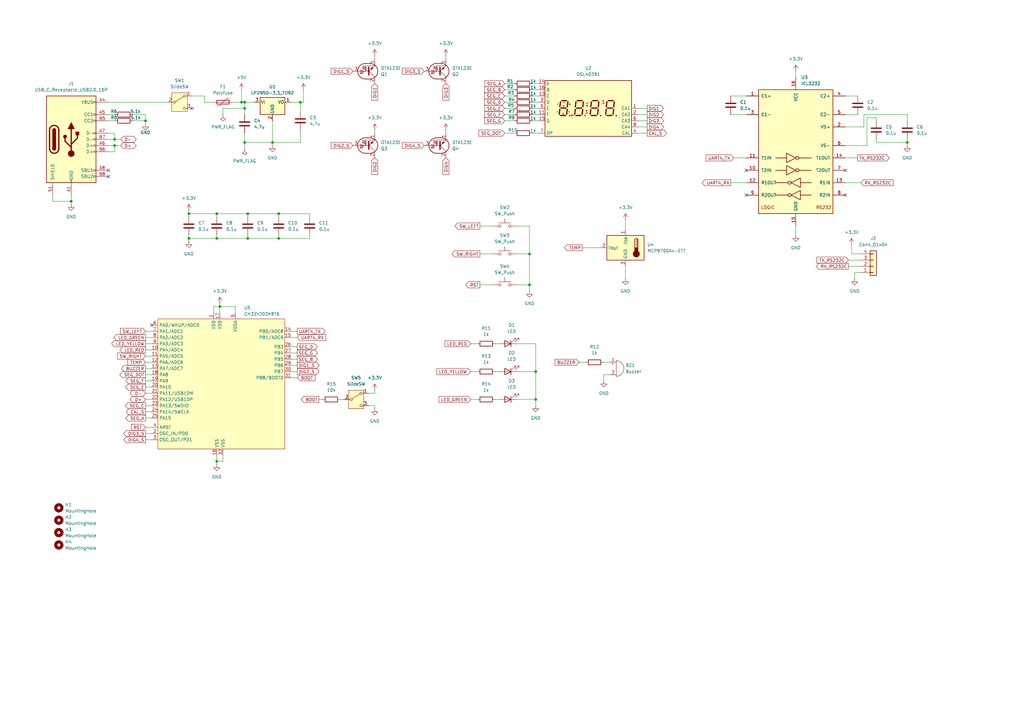
<source format=kicad_sch>
(kicad_sch (version 20250114) (generator "eeschema") (generator_version "9.0")
  (paper "A3")
  (title_block (title "CITERA_Programming_KIT") (date "2025-11-24") (rev "1.0.5") (company "©2025 CITERA"))
  (lib_symbols
    (symbol "CH32V:CH32V203K8T6"
      (property "Reference" "U" (at -16.51 29.21 0))
      (property "Value" "CH32V203K8T6" (at -15.24 26.67 0))
      (symbol "CH32V203K8T6_1_1"
        (pin bidirectional line (at -27.94 22.86 0) (length 2.54) (name "PA0/WKUP/ADC0") (number "6"))
        (pin bidirectional line (at -27.94 20.32 0) (length 2.54) (name "PA1/ADC1") (number "7"))
        (pin bidirectional line (at -27.94 17.78 0) (length 2.54) (name "PA2/ADC2") (number "8"))
        (pin bidirectional line (at -27.94 15.24 0) (length 2.54) (name "PA3/ADC3") (number "9"))
        (pin bidirectional line (at -27.94 12.7 0) (length 2.54) (name "PA4/ADC4") (number "10"))
        (pin bidirectional line (at -27.94 10.16 0) (length 2.54) (name "PA5/ADC5") (number "11"))
        (pin bidirectional line (at -27.94 7.62 0) (length 2.54) (name "PA6/ADC6") (number "12"))
        (pin bidirectional line (at -27.94 5.08 0) (length 2.54) (name "PA7/ADC7") (number "13"))
        (pin bidirectional line (at -27.94 2.54 0) (length 2.54) (name "PA8") (number "18"))
        (pin bidirectional line (at -27.94 0 0) (length 2.54) (name "PA9") (number "19"))
        (pin bidirectional line (at -27.94 -2.54 0) (length 2.54) (name "PA10") (number "20"))
        (pin bidirectional line (at -27.94 -5.08 0) (length 2.54) (name "PA11/USB1DM") (number "21"))
        (pin bidirectional line (at -27.94 -7.62 0) (length 2.54) (name "PA12/USB1DP") (number "22"))
        (pin bidirectional line (at -27.94 -10.16 0) (length 2.54) (name "PA13/SWDIO") (number "23"))
        (pin bidirectional line (at -27.94 -12.7 0) (length 2.54) (name "PA14/SWCLK") (number "24"))
        (pin bidirectional line (at -27.94 -15.24 0) (length 2.54) (name "PA15") (number "25"))
        (pin bidirectional line (at -27.94 -19.05 0) (length 2.54) (name "NRST") (number "4"))
        (pin bidirectional line (at -27.94 -21.59 0) (length 2.54) (name "OSC_IN/PD0") (number "2"))
        (pin bidirectional line (at -27.94 -24.13 0) (length 2.54) (name "OSC_OUT/PD1") (number "3"))
        (pin power_in line (at -2.54 27.94 270) (length 2.54) (name "VDD") (number "1"))
        (pin power_in line (at -1.27 -30.48 90) (length 2.54) (name "VSS") (number "16"))
        (pin power_in line (at 0 27.94 270) (length 2.54) (name "VDD") (number "17"))
        (pin power_in line (at 1.27 -30.48 90) (length 2.54) (name "VSS") (number "32"))
        (pin power_in line (at 6.35 27.94 270) (length 2.54) (name "VDDA") (number "5"))
        (pin bidirectional line (at 29.21 20.32 180) (length 2.54) (name "PB0/ADC8") (number "14"))
        (pin bidirectional line (at 29.21 17.78 180) (length 2.54) (name "PB1/ADC9") (number "15"))
        (pin bidirectional line (at 29.21 13.97 180) (length 2.54) (name "PB3") (number "26"))
        (pin bidirectional line (at 29.21 11.43 180) (length 2.54) (name "PB4") (number "27"))
        (pin bidirectional line (at 29.21 8.89 180) (length 2.54) (name "PB5") (number "28"))
        (pin bidirectional line (at 29.21 6.35 180) (length 2.54) (name "PB6") (number "29"))
        (pin bidirectional line (at 29.21 3.81 180) (length 2.54) (name "PB7") (number "30"))
        (pin bidirectional line (at 29.21 1.27 180) (length 2.54) (name "PB8/BOOT0") (number "31"))
      )
    )
    (symbol "Connector:USB_C_Receptacle_USB2.0_16P" (pin_names (offset 1.016))
      (property "Reference" "J" (at 0 22.225 0))
      (property "Value" "USB_C_Receptacle_USB2.0_16P" (at 0 19.685 0))
      (symbol "USB_C_Receptacle_USB2.0_16P_1_1"
        (pin passive line (at -7.62 -22.86 90) (length 5.08) (name "SHIELD") (number "S1"))
        (pin passive line (at 0 -22.86 90) (length 5.08) (name "GND") (number "A1"))
        (pin passive line (at 0 -22.86 90) (length 5.08) (hide yes) (name "GND") (number "A12"))
        (pin passive line (at 0 -22.86 90) (length 5.08) (hide yes) (name "GND") (number "B1"))
        (pin passive line (at 0 -22.86 90) (length 5.08) (hide yes) (name "GND") (number "B12"))
        (pin passive line (at 15.24 15.24 180) (length 5.08) (name "VBUS") (number "A4"))
        (pin passive line (at 15.24 15.24 180) (length 5.08) (hide yes) (name "VBUS") (number "A9"))
        (pin passive line (at 15.24 15.24 180) (length 5.08) (hide yes) (name "VBUS") (number "B4"))
        (pin passive line (at 15.24 15.24 180) (length 5.08) (hide yes) (name "VBUS") (number "B9"))
        (pin bidirectional line (at 15.24 10.16 180) (length 5.08) (name "CC1") (number "A5"))
        (pin bidirectional line (at 15.24 7.62 180) (length 5.08) (name "CC2") (number "B5"))
        (pin bidirectional line (at 15.24 2.54 180) (length 5.08) (name "D-") (number "A7"))
        (pin bidirectional line (at 15.24 0 180) (length 5.08) (name "D-") (number "B7"))
        (pin bidirectional line (at 15.24 -2.54 180) (length 5.08) (name "D+") (number "A6"))
        (pin bidirectional line (at 15.24 -5.08 180) (length 5.08) (name "D+") (number "B6"))
        (pin bidirectional line (at 15.24 -12.7 180) (length 5.08) (name "SBU1") (number "A8"))
        (pin bidirectional line (at 15.24 -15.24 180) (length 5.08) (name "SBU2") (number "B8"))
      )
    )
    (symbol "Connector_Generic:Conn_01x04" (pin_names (offset 1.016) (hide yes))
      (property "Reference" "J" (at 0 5.08 0))
      (property "Value" "Conn_01x04" (at 0 -7.62 0))
      (symbol "Conn_01x04_1_1"
        (pin passive line (at -5.08 2.54 0) (length 3.81) (name "Pin_1") (number "1"))
        (pin passive line (at -5.08 0 0) (length 3.81) (name "Pin_2") (number "2"))
        (pin passive line (at -5.08 -2.54 0) (length 3.81) (name "Pin_3") (number "3"))
        (pin passive line (at -5.08 -5.08 0) (length 3.81) (name "Pin_4") (number "4"))
      )
    )
    (symbol "Device:Buzzer" (pin_names (offset 0.0254) (hide yes))
      (property "Reference" "BZ" (at 3.81 1.27 0))
      (property "Value" "Buzzer" (at 3.81 -1.27 0))
      (symbol "Buzzer_1_1"
        (pin passive line (at -2.54 2.54 0) (length 2.54) (name "+") (number "1"))
        (pin passive line (at -2.54 -2.54 0) (length 2.54) (name "-") (number "2"))
      )
    )
    (symbol "Device:C" (pin_numbers (hide yes)) (pin_names (offset 0.254))
      (property "Reference" "C" (at 0.635 2.54 0))
      (property "Value" "C" (at 0.635 -2.54 0))
      (symbol "C_1_1"
        (pin passive line (at 0 3.81 270) (length 2.794) (name "~") (number "1"))
        (pin passive line (at 0 -3.81 90) (length 2.794) (name "~") (number "2"))
      )
    )
    (symbol "Device:LED" (pin_numbers (hide yes)) (pin_names (offset 1.016) (hide yes))
      (property "Reference" "D" (at 0 2.54 0))
      (property "Value" "LED" (at 0 -2.54 0))
      (symbol "LED_1_1"
        (pin passive line (at -3.81 0 0) (length 2.54) (name "K") (number "1"))
        (pin passive line (at 3.81 0 180) (length 2.54) (name "A") (number "2"))
      )
    )
    (symbol "Device:Polyfuse" (pin_numbers (hide yes)) (pin_names (offset 0))
      (property "Reference" "F" (at -2.54 0 90))
      (property "Value" "Polyfuse" (at 2.54 0 90))
      (symbol "Polyfuse_1_1"
        (pin passive line (at 0 3.81 270) (length 1.27) (name "~") (number "1"))
        (pin passive line (at 0 -3.81 90) (length 1.27) (name "~") (number "2"))
      )
    )
    (symbol "Device:R" (pin_numbers (hide yes)) (pin_names (offset 0))
      (property "Reference" "R" (at 2.032 0 90))
      (property "Value" "R" (at 0 0 90))
      (symbol "R_1_1"
        (pin passive line (at 0 3.81 270) (length 1.27) (name "~") (number "1"))
        (pin passive line (at 0 -3.81 90) (length 1.27) (name "~") (number "2"))
      )
    )
    (symbol "Interface_UART:ICL3232" (pin_names (offset 1.016))
      (property "Reference" "U" (at -2.54 28.575 0))
      (property "Value" "ICL3232" (at -2.54 26.67 0))
      (symbol "ICL3232_0_0"
        (text "LOGIC" (at -11.43 -22.86 0) (effects (font (size 1.27 1.27))))
        (text "RS232" (at 11.43 -22.86 0) (effects (font (size 1.27 1.27))))
      )
      (symbol "ICL3232_1_1"
        (pin passive line (at -20.32 22.86 0) (length 5.08) (name "C1+") (number "1"))
        (pin passive line (at -20.32 15.24 0) (length 5.08) (name "C1-") (number "3"))
        (pin input line (at -20.32 -2.54 0) (length 5.08) (name "T1IN") (number "11"))
        (pin input line (at -20.32 -7.62 0) (length 5.08) (name "T2IN") (number "10"))
        (pin output line (at -20.32 -12.7 0) (length 5.08) (name "R1OUT") (number "12"))
        (pin output line (at -20.32 -17.78 0) (length 5.08) (name "R2OUT") (number "9"))
        (pin power_in line (at 0 30.48 270) (length 5.08) (name "VCC") (number "16"))
        (pin power_in line (at 0 -30.48 90) (length 5.08) (name "GND") (number "15"))
        (pin passive line (at 20.32 22.86 180) (length 5.08) (name "C2+") (number "4"))
        (pin passive line (at 20.32 15.24 180) (length 5.08) (name "C2-") (number "5"))
        (pin power_out line (at 20.32 10.16 180) (length 5.08) (name "VS+") (number "2"))
        (pin power_out line (at 20.32 2.54 180) (length 5.08) (name "VS-") (number "6"))
        (pin output line (at 20.32 -2.54 180) (length 5.08) (name "T1OUT") (number "14"))
        (pin output line (at 20.32 -7.62 180) (length 5.08) (name "T2OUT") (number "7"))
        (pin input line (at 20.32 -12.7 180) (length 5.08) (name "R1IN") (number "13"))
        (pin input line (at 20.32 -17.78 180) (length 5.08) (name "R2IN") (number "8"))
      )
    )
    (symbol "Mechanical:MountingHole" (pin_names (offset 1.016)) (in_bom no)
      (property "Reference" "H" (at 0 5.08 0))
      (property "Value" "MountingHole" (at 0 3.175 0))
    )
    (symbol "Regulator_Linear:LP2950-3.3_TO92" (pin_names (offset 0.254))
      (property "Reference" "U" (at -3.81 3.175 0))
      (property "Value" "LP2950-3.3_TO92" (at 0 3.175 0))
      (symbol "LP2950-3.3_TO92_1_1"
        (pin power_in line (at -7.62 0 0) (length 2.54) (name "VI") (number "3"))
        (pin power_in line (at 0 -7.62 90) (length 2.54) (name "GND") (number "2"))
        (pin power_out line (at 7.62 0 180) (length 2.54) (name "VO") (number "1"))
      )
    )
    (symbol "Sensor_Temperature:MCP9700Ax-ETT"
      (property "Reference" "U" (at -6.35 6.35 0))
      (property "Value" "MCP9700Ax-ETT" (at 1.27 6.35 0))
      (symbol "MCP9700Ax-ETT_1_1"
        (pin power_in line (at 0 7.62 270) (length 2.54) (name "V_{DD}") (number "1"))
        (pin power_in line (at 0 -7.62 90) (length 2.54) (name "GND") (number "3"))
        (pin output line (at 10.16 0 180) (length 2.54) (name "V_{OUT}") (number "2"))
      )
    )
    (symbol "Switch:SW_Push" (pin_numbers (hide yes)) (pin_names (offset 1.016) (hide yes))
      (property "Reference" "SW" (at 1.27 2.54 0))
      (property "Value" "SW_Push" (at 0 -1.524 0))
      (symbol "SW_Push_0_1"
        (pin passive line (at -5.08 0 0) (length 2.54) (name "1") (number "1"))
        (pin passive line (at 5.08 0 180) (length 2.54) (name "2") (number "2"))
      )
    )
    (symbol "Switch:SW_SPDT" (pin_names (offset 0) (hide yes))
      (property "Reference" "SW" (at 0 5.08 0))
      (property "Value" "SW_SPDT" (at 0 -5.08 0))
      (symbol "SW_SPDT_1_1"
        (pin passive line (at -5.08 0 0) (length 2.54) (name "B") (number "2"))
        (pin passive line (at 5.08 2.54 180) (length 2.54) (name "A") (number "1"))
        (pin passive line (at 5.08 -2.54 180) (length 2.54) (name "C") (number "3"))
      )
    )
    (symbol "power:+3.3V" (power) (pin_numbers (hide yes)) (pin_names (offset 0) (hide yes))
      (property "Value" "+3.3V" (at 0 3.556 0))
      (symbol "+3.3V_1_1"
        (pin power_in line (at 0 0 90) (length 0) (name "~") (number "1"))
      )
    )
    (symbol "power:+5V" (power) (pin_numbers (hide yes)) (pin_names (offset 0) (hide yes))
      (property "Value" "+5V" (at 0 3.556 0))
      (symbol "+5V_1_1"
        (pin power_in line (at 0 0 90) (length 0) (name "~") (number "1"))
      )
    )
    (symbol "power:GND" (power) (pin_numbers (hide yes)) (pin_names (offset 0) (hide yes))
      (property "Value" "GND" (at 0 -3.81 0))
      (symbol "GND_1_1"
        (pin power_in line (at 0 0 270) (length 0) (name "~") (number "1"))
      )
    )
    (symbol "power:PWR_FLAG" (power) (pin_numbers (hide yes)) (pin_names (offset 0) (hide yes))
      (property "Value" "PWR_FLAG" (at 0 3.81 0))
      (symbol "PWR_FLAG_0_0"
        (pin power_out line (at 0 0 90) (length 0) (name "~") (number "1"))
      )
    )
    (symbol "watashi:DTA123E_Unisonic_TO92" (pin_names (offset 0) (hide yes))
      (property "Reference" "Q" (at 5.08 1.905 0))
      (property "Value" "DTA123E_Unisonic_TO92" (at 5.08 -0.254 0))
      (symbol "DTA123E_Unisonic_TO92_0_0"
        (text "2k2" (at -2.921 0.889 0) (effects (font (size 0.508 0.508))))
        (text "2k2" (at -2.159 -1.524 900) (effects (font (size 0.508 0.508))))
      )
      (symbol "DTA123E_Unisonic_TO92_1_1"
        (pin input line (at -6.35 0 0) (length 2.54) (name "B") (number "3"))
        (pin passive line (at 2.54 5.08 270) (length 2.54) (name "C") (number "2"))
        (pin passive line (at 2.54 -5.08 90) (length 2.54) (name "E") (number "1"))
      )
    )
    (symbol "watashi:OSL40391"
      (property "Reference" "U" (at -17.78 12.7 0))
      (property "Value" "OSL40391" (at 17.78 12.7 0))
      (symbol "OSL40391_1_0"
        (text "E" (at -12.7 -1.397 0) (effects (font (size 0.508 0.508))))
        (text "F" (at -12.446 1.651 0) (effects (font (size 0.508 0.508))))
        (text "D" (at -10.414 -2.159 0) (effects (font (size 0.508 0.508))))
        (text "G" (at -10.16 0.889 0) (effects (font (size 0.508 0.508))))
        (text "A" (at -9.906 2.413 0) (effects (font (size 0.508 0.508))))
        (text "C" (at -7.874 -1.397 0) (effects (font (size 0.508 0.508))))
        (text "B" (at -7.62 1.651 0) (effects (font (size 0.508 0.508))))
        (text "DP" (at -6.604 -2.921 0) (effects (font (size 0.508 0.508))))
        (text "L2" (at -0.762 -1.905 0) (effects (font (size 0.508 0.508))))
        (text "L1" (at -0.508 2.159 0) (effects (font (size 0.508 0.508))))
        (text "L3" (at 6.096 2.159 0) (effects (font (size 0.508 0.508))))
      )
      (symbol "OSL40391_1_1"
        (pin input line (at -20.32 10.16 0) (length 2.54) (name "A") (number "14"))
        (pin input line (at -20.32 7.62 0) (length 2.54) (name "B") (number "16"))
        (pin input line (at -20.32 5.08 0) (length 2.54) (name "C") (number "13"))
        (pin input line (at -20.32 2.54 0) (length 2.54) (name "D") (number "3"))
        (pin input line (at -20.32 0 0) (length 2.54) (name "E") (number "5"))
        (pin input line (at -20.32 -2.54 0) (length 2.54) (name "F") (number "11"))
        (pin input line (at -20.32 -5.08 0) (length 2.54) (name "G") (number "15"))
        (pin input line (at -20.32 -10.16 0) (length 2.54) (name "DP") (number "7"))
        (pin no_connect line (at 17.78 7.62 180) (length 2.54) (hide yes) (name "NC") (number "12"))
        (pin no_connect line (at 17.78 5.08 180) (length 2.54) (hide yes) (name "NC") (number "10"))
        (pin no_connect line (at 17.78 2.54 180) (length 2.54) (hide yes) (name "NC") (number "9"))
        (pin input line (at 20.32 0 180) (length 2.54) (name "CA1") (number "1"))
        (pin input line (at 20.32 -2.54 180) (length 2.54) (name "CA2") (number "2"))
        (pin input line (at 20.32 -5.08 180) (length 2.54) (name "CA3") (number "6"))
        (pin input line (at 20.32 -7.62 180) (length 2.54) (name "CA4") (number "8"))
        (pin input line (at 20.32 -10.16 180) (length 2.54) (name "CAL") (number "4"))
      )
    )
  )
  (junction (at 217.17 116.84))
  (junction (at 219.71 152.4))
  (junction (at 77.47 97.79))
  (junction (at 114.3 97.79))
  (junction (at 100.33 44.45))
  (junction (at 100.33 58.42))
  (junction (at 29.21 82.55))
  (junction (at 59.69 49.53))
  (junction (at 123.19 41.91))
  (junction (at 101.6 87.63))
  (junction (at 88.9 97.79))
  (junction (at 77.47 87.63))
  (junction (at 88.9 87.63))
  (junction (at 99.06 41.91))
  (junction (at 90.17 125.73))
  (junction (at 101.6 97.79))
  (junction (at 88.9 189.23))
  (junction (at 46.99 57.15))
  (junction (at 114.3 87.63))
  (junction (at 217.17 104.14))
  (junction (at 219.71 163.83))
  (junction (at 100.33 41.91))
  (junction (at 111.76 58.42))
  (junction (at 46.99 59.69))
  (junction (at 372.11 58.42))
  (no_connect (at 62.23 133.35))
  (no_connect (at 306.07 80.01))
  (no_connect (at 346.71 80.01))
  (no_connect (at 78.74 44.45))
  (no_connect (at 346.71 69.85))
  (no_connect (at 44.45 72.39))
  (no_connect (at 306.07 69.85))
  (no_connect (at 44.45 69.85))
  (wire (pts (xy 114.3 97.79) (xy 127 97.79)))
  (wire (pts (xy 351.79 64.77) (xy 346.71 64.77)))
  (wire (pts (xy 354.33 52.07) (xy 354.33 46.99)))
  (wire (pts (xy 153.67 160.02) (xy 153.67 161.29)))
  (wire (pts (xy 88.9 87.63) (xy 77.47 87.63)))
  (wire (pts (xy 218.44 34.29) (xy 220.98 34.29)))
  (wire (pts (xy 90.17 124.46) (xy 90.17 125.73)))
  (wire (pts (xy 59.69 138.43) (xy 62.23 138.43)))
  (wire (pts (xy 59.69 153.67) (xy 62.23 153.67)))
  (wire (pts (xy 130.81 163.83) (xy 132.08 163.83)))
  (wire (pts (xy 121.92 135.89) (xy 119.38 135.89)))
  (wire (pts (xy 21.59 82.55) (xy 21.59 80.01)))
  (wire (pts (xy 88.9 189.23) (xy 91.44 189.23)))
  (wire (pts (xy 101.6 97.79) (xy 88.9 97.79)))
  (wire (pts (xy 300.99 64.77) (xy 306.07 64.77)))
  (wire (pts (xy 218.44 36.83) (xy 220.98 36.83)))
  (wire (pts (xy 90.17 125.73) (xy 96.52 125.73)))
  (wire (pts (xy 59.69 175.26) (xy 62.23 175.26)))
  (wire (pts (xy 91.44 46.99) (xy 91.44 44.45)))
  (wire (pts (xy 59.69 168.91) (xy 62.23 168.91)))
  (wire (pts (xy 372.11 57.15) (xy 372.11 58.42)))
  (wire (pts (xy 91.44 44.45) (xy 100.33 44.45)))
  (wire (pts (xy 87.63 125.73) (xy 90.17 125.73)))
  (wire (pts (xy 265.43 54.61) (xy 261.62 54.61)))
  (wire (pts (xy 355.6 48.26) (xy 359.41 48.26)))
  (wire (pts (xy 219.71 152.4) (xy 219.71 163.83)))
  (wire (pts (xy 218.44 46.99) (xy 220.98 46.99)))
  (wire (pts (xy 88.9 189.23) (xy 88.9 190.5)))
  (wire (pts (xy 212.09 152.4) (xy 219.71 152.4)))
  (wire (pts (xy 59.69 49.53) (xy 59.69 50.8)))
  (wire (pts (xy 59.69 135.89) (xy 62.23 135.89)))
  (wire (pts (xy 77.47 97.79) (xy 77.47 99.06)))
  (wire (pts (xy 219.71 152.4) (xy 219.71 140.97)))
  (wire (pts (xy 87.63 128.27) (xy 87.63 125.73)))
  (wire (pts (xy 59.69 158.75) (xy 62.23 158.75)))
  (wire (pts (xy 359.41 58.42) (xy 359.41 57.15)))
  (wire (pts (xy 101.6 97.79) (xy 114.3 97.79)))
  (wire (pts (xy 88.9 97.79) (xy 77.47 97.79)))
  (wire (pts (xy 100.33 58.42) (xy 100.33 54.61)))
  (wire (pts (xy 151.13 161.29) (xy 153.67 161.29)))
  (wire (pts (xy 151.13 166.37) (xy 153.67 166.37)))
  (wire (pts (xy 127 87.63) (xy 127 88.9)))
  (wire (pts (xy 77.47 96.52) (xy 77.47 97.79)))
  (wire (pts (xy 372.11 58.42) (xy 359.41 58.42)))
  (wire (pts (xy 218.44 41.91) (xy 220.98 41.91)))
  (wire (pts (xy 299.72 74.93) (xy 306.07 74.93)))
  (wire (pts (xy 207.01 54.61) (xy 210.82 54.61)))
  (wire (pts (xy 44.45 62.23) (xy 46.99 62.23)))
  (wire (pts (xy 218.44 39.37) (xy 220.98 39.37)))
  (wire (pts (xy 121.92 152.4) (xy 119.38 152.4)))
  (wire (pts (xy 100.33 41.91) (xy 100.33 44.45)))
  (wire (pts (xy 59.69 46.99) (xy 59.69 49.53)))
  (wire (pts (xy 77.47 87.63) (xy 77.47 88.9)))
  (wire (pts (xy 88.9 88.9) (xy 88.9 87.63)))
  (wire (pts (xy 217.17 92.71) (xy 217.17 104.14)))
  (wire (pts (xy 59.69 166.37) (xy 62.23 166.37)))
  (wire (pts (xy 355.6 48.26) (xy 355.6 59.69)))
  (wire (pts (xy 121.92 142.24) (xy 119.38 142.24)))
  (wire (pts (xy 54.61 49.53) (xy 59.69 49.53)))
  (wire (pts (xy 59.69 156.21) (xy 62.23 156.21)))
  (wire (pts (xy 212.09 116.84) (xy 217.17 116.84)))
  (wire (pts (xy 90.17 125.73) (xy 90.17 128.27)))
  (wire (pts (xy 346.71 46.99) (xy 351.79 46.99)))
  (wire (pts (xy 59.69 163.83) (xy 62.23 163.83)))
  (wire (pts (xy 29.21 82.55) (xy 21.59 82.55)))
  (wire (pts (xy 359.41 49.53) (xy 359.41 48.26)))
  (wire (pts (xy 326.39 29.21) (xy 326.39 31.75)))
  (wire (pts (xy 121.92 154.94) (xy 119.38 154.94)))
  (wire (pts (xy 353.06 111.76) (xy 350.52 111.76)))
  (wire (pts (xy 44.45 41.91) (xy 68.58 41.91)))
  (wire (pts (xy 299.72 46.99) (xy 306.07 46.99)))
  (wire (pts (xy 46.99 57.15) (xy 44.45 57.15)))
  (wire (pts (xy 237.49 148.59) (xy 240.03 148.59)))
  (wire (pts (xy 265.43 44.45) (xy 261.62 44.45)))
  (wire (pts (xy 83.82 41.91) (xy 87.63 41.91)))
  (wire (pts (xy 212.09 92.71) (xy 217.17 92.71)))
  (wire (pts (xy 247.65 153.67) (xy 247.65 156.21)))
  (wire (pts (xy 207.01 44.45) (xy 210.82 44.45)))
  (wire (pts (xy 193.04 140.97) (xy 195.58 140.97)))
  (wire (pts (xy 111.76 49.53) (xy 111.76 58.42)))
  (wire (pts (xy 203.2 163.83) (xy 204.47 163.83)))
  (wire (pts (xy 256.54 90.17) (xy 256.54 93.98)))
  (wire (pts (xy 182.88 22.86) (xy 182.88 24.13)))
  (wire (pts (xy 218.44 44.45) (xy 220.98 44.45)))
  (wire (pts (xy 212.09 140.97) (xy 219.71 140.97)))
  (wire (pts (xy 99.06 36.83) (xy 99.06 41.91)))
  (wire (pts (xy 77.47 86.36) (xy 77.47 87.63)))
  (wire (pts (xy 29.21 80.01) (xy 29.21 82.55)))
  (wire (pts (xy 139.7 163.83) (xy 140.97 163.83)))
  (wire (pts (xy 88.9 186.69) (xy 88.9 189.23)))
  (wire (pts (xy 44.45 54.61) (xy 46.99 54.61)))
  (wire (pts (xy 78.74 39.37) (xy 83.82 39.37)))
  (wire (pts (xy 124.46 41.91) (xy 124.46 36.83)))
  (wire (pts (xy 114.3 97.79) (xy 114.3 96.52)))
  (wire (pts (xy 96.52 125.73) (xy 96.52 128.27)))
  (wire (pts (xy 88.9 87.63) (xy 101.6 87.63)))
  (wire (pts (xy 346.71 52.07) (xy 354.33 52.07)))
  (wire (pts (xy 326.39 96.52) (xy 326.39 92.71)))
  (wire (pts (xy 123.19 58.42) (xy 123.19 53.34)))
  (wire (pts (xy 207.01 49.53) (xy 210.82 49.53)))
  (wire (pts (xy 100.33 41.91) (xy 104.14 41.91)))
  (wire (pts (xy 203.2 152.4) (xy 204.47 152.4)))
  (wire (pts (xy 44.45 59.69) (xy 46.99 59.69)))
  (wire (pts (xy 196.85 92.71) (xy 201.93 92.71)))
  (wire (pts (xy 46.99 46.99) (xy 44.45 46.99)))
  (wire (pts (xy 372.11 58.42) (xy 372.11 59.69)))
  (wire (pts (xy 100.33 58.42) (xy 100.33 60.96)))
  (wire (pts (xy 101.6 87.63) (xy 101.6 88.9)))
  (wire (pts (xy 121.92 147.32) (xy 119.38 147.32)))
  (wire (pts (xy 59.69 140.97) (xy 62.23 140.97)))
  (wire (pts (xy 114.3 87.63) (xy 114.3 88.9)))
  (wire (pts (xy 46.99 57.15) (xy 49.53 57.15)))
  (wire (pts (xy 346.71 74.93) (xy 353.06 74.93)))
  (wire (pts (xy 182.88 53.34) (xy 182.88 54.61)))
  (wire (pts (xy 219.71 163.83) (xy 219.71 166.37)))
  (wire (pts (xy 29.21 82.55) (xy 29.21 83.82)))
  (wire (pts (xy 123.19 41.91) (xy 124.46 41.91)))
  (wire (pts (xy 153.67 166.37) (xy 153.67 167.64)))
  (wire (pts (xy 218.44 49.53) (xy 220.98 49.53)))
  (wire (pts (xy 265.43 49.53) (xy 261.62 49.53)))
  (wire (pts (xy 46.99 54.61) (xy 46.99 57.15)))
  (wire (pts (xy 250.19 153.67) (xy 247.65 153.67)))
  (wire (pts (xy 207.01 46.99) (xy 210.82 46.99)))
  (wire (pts (xy 101.6 87.63) (xy 114.3 87.63)))
  (wire (pts (xy 111.76 58.42) (xy 100.33 58.42)))
  (wire (pts (xy 54.61 46.99) (xy 59.69 46.99)))
  (wire (pts (xy 193.04 152.4) (xy 195.58 152.4)))
  (wire (pts (xy 355.6 59.69) (xy 346.71 59.69)))
  (wire (pts (xy 99.06 41.91) (xy 100.33 41.91)))
  (wire (pts (xy 256.54 109.22) (xy 256.54 114.3)))
  (wire (pts (xy 246.38 101.6) (xy 238.76 101.6)))
  (wire (pts (xy 59.69 180.34) (xy 62.23 180.34)))
  (wire (pts (xy 212.09 104.14) (xy 217.17 104.14)))
  (wire (pts (xy 121.92 138.43) (xy 119.38 138.43)))
  (wire (pts (xy 196.85 104.14) (xy 201.93 104.14)))
  (wire (pts (xy 46.99 59.69) (xy 49.53 59.69)))
  (wire (pts (xy 212.09 163.83) (xy 219.71 163.83)))
  (wire (pts (xy 100.33 44.45) (xy 100.33 46.99)))
  (wire (pts (xy 207.01 41.91) (xy 210.82 41.91)))
  (wire (pts (xy 59.69 148.59) (xy 62.23 148.59)))
  (wire (pts (xy 299.72 39.37) (xy 306.07 39.37)))
  (wire (pts (xy 354.33 46.99) (xy 372.11 46.99)))
  (wire (pts (xy 111.76 58.42) (xy 123.19 58.42)))
  (wire (pts (xy 153.67 22.86) (xy 153.67 24.13)))
  (wire (pts (xy 121.92 144.78) (xy 119.38 144.78)))
  (wire (pts (xy 83.82 39.37) (xy 83.82 41.91)))
  (wire (pts (xy 127 97.79) (xy 127 96.52)))
  (wire (pts (xy 59.69 146.05) (xy 62.23 146.05)))
  (wire (pts (xy 196.85 116.84) (xy 201.93 116.84)))
  (wire (pts (xy 347.98 109.22) (xy 353.06 109.22)))
  (wire (pts (xy 207.01 36.83) (xy 210.82 36.83)))
  (wire (pts (xy 121.92 149.86) (xy 119.38 149.86)))
  (wire (pts (xy 218.44 54.61) (xy 220.98 54.61)))
  (wire (pts (xy 111.76 59.69) (xy 111.76 58.42)))
  (wire (pts (xy 123.19 41.91) (xy 123.19 45.72)))
  (wire (pts (xy 203.2 140.97) (xy 204.47 140.97)))
  (wire (pts (xy 59.69 171.45) (xy 62.23 171.45)))
  (wire (pts (xy 46.99 59.69) (xy 46.99 62.23)))
  (wire (pts (xy 349.25 104.14) (xy 353.06 104.14)))
  (wire (pts (xy 265.43 52.07) (xy 261.62 52.07)))
  (wire (pts (xy 372.11 46.99) (xy 372.11 49.53)))
  (wire (pts (xy 247.65 148.59) (xy 250.19 148.59)))
  (wire (pts (xy 59.69 143.51) (xy 62.23 143.51)))
  (wire (pts (xy 114.3 87.63) (xy 127 87.63)))
  (wire (pts (xy 193.04 163.83) (xy 195.58 163.83)))
  (wire (pts (xy 349.25 100.33) (xy 349.25 104.14)))
  (wire (pts (xy 207.01 39.37) (xy 210.82 39.37)))
  (wire (pts (xy 265.43 46.99) (xy 261.62 46.99)))
  (wire (pts (xy 207.01 34.29) (xy 210.82 34.29)))
  (wire (pts (xy 153.67 53.34) (xy 153.67 54.61)))
  (wire (pts (xy 101.6 96.52) (xy 101.6 97.79)))
  (wire (pts (xy 217.17 104.14) (xy 217.17 116.84)))
  (wire (pts (xy 119.38 41.91) (xy 123.19 41.91)))
  (wire (pts (xy 91.44 189.23) (xy 91.44 186.69)))
  (wire (pts (xy 217.17 116.84) (xy 217.17 119.38)))
  (wire (pts (xy 347.98 106.68) (xy 353.06 106.68)))
  (wire (pts (xy 350.52 111.76) (xy 350.52 114.3)))
  (wire (pts (xy 88.9 96.52) (xy 88.9 97.79)))
  (wire (pts (xy 95.25 41.91) (xy 99.06 41.91)))
  (wire (pts (xy 346.71 39.37) (xy 351.79 39.37)))
  (wire (pts (xy 46.99 49.53) (xy 44.45 49.53)))
  (wire (pts (xy 59.69 151.13) (xy 62.23 151.13)))
  (wire (pts (xy 59.69 161.29) (xy 62.23 161.29)))
  (wire (pts (xy 59.69 177.8) (xy 62.23 177.8)))
  (global_label "SEG_E" (shape output) (at 59.69 158.75 180) (property "Intersheetrefs" "${INTERSHEET_REFS}" (effects (hide yes))))
  (global_label "D-" (shape bidirectional) (at 59.69 161.29 180) (property "Intersheetrefs" "${INTERSHEET_REFS}" (effects (hide yes))))
  (global_label "DIG3" (shape input) (at 182.88 34.29 270) (property "Intersheetrefs" "${INTERSHEET_REFS}" (effects (hide yes))))
  (global_label "UART4_TX" (shape output) (at 121.92 135.89 0) (property "Intersheetrefs" "${INTERSHEET_REFS}" (effects (hide yes))))
  (global_label "D+" (shape bidirectional) (at 49.53 59.69 0) (property "Intersheetrefs" "${INTERSHEET_REFS}" (effects (hide yes))))
  (global_label "DIG4" (shape output) (at 265.43 52.07 0) (property "Intersheetrefs" "${INTERSHEET_REFS}" (effects (hide yes))))
  (global_label "DIG4_S" (shape output) (at 59.69 180.34 180) (property "Intersheetrefs" "${INTERSHEET_REFS}" (effects (hide yes))))
  (global_label "SEG_D" (shape output) (at 121.92 142.24 0) (property "Intersheetrefs" "${INTERSHEET_REFS}" (effects (hide yes))))
  (global_label "SEG_C" (shape output) (at 59.69 166.37 180) (property "Intersheetrefs" "${INTERSHEET_REFS}" (effects (hide yes))))
  (global_label "SEG_G" (shape output) (at 121.92 144.78 0) (property "Intersheetrefs" "${INTERSHEET_REFS}" (effects (hide yes))))
  (global_label "DIG2" (shape input) (at 153.67 64.77 270) (property "Intersheetrefs" "${INTERSHEET_REFS}" (effects (hide yes))))
  (global_label "DIG2_S" (shape output) (at 121.92 152.4 0) (property "Intersheetrefs" "${INTERSHEET_REFS}" (effects (hide yes))))
  (global_label "DIG2_S" (shape input) (at 144.78 59.69 180) (property "Intersheetrefs" "${INTERSHEET_REFS}" (effects (hide yes))))
  (global_label "DIG1_S" (shape input) (at 144.78 29.21 180) (property "Intersheetrefs" "${INTERSHEET_REFS}" (effects (hide yes))))
  (global_label "DIG3_S" (shape input) (at 173.99 29.21 180) (property "Intersheetrefs" "${INTERSHEET_REFS}" (effects (hide yes))))
  (global_label "DIG4_S" (shape input) (at 173.99 59.69 180) (property "Intersheetrefs" "${INTERSHEET_REFS}" (effects (hide yes))))
  (global_label "CAL_S" (shape output) (at 265.43 54.61 0) (property "Intersheetrefs" "${INTERSHEET_REFS}" (effects (hide yes))))
  (global_label "TEMP" (shape output) (at 238.76 101.6 180) (property "Intersheetrefs" "${INTERSHEET_REFS}" (effects (hide yes))))
  (global_label "DIG1" (shape output) (at 265.43 44.45 0) (property "Intersheetrefs" "${INTERSHEET_REFS}" (effects (hide yes))))
  (global_label "DIG2" (shape output) (at 265.43 46.99 0) (property "Intersheetrefs" "${INTERSHEET_REFS}" (effects (hide yes))))
  (global_label "DIG3_S" (shape output) (at 59.69 177.8 180) (property "Intersheetrefs" "${INTERSHEET_REFS}" (effects (hide yes))))
  (global_label "SEG_G" (shape input) (at 207.01 49.53 180) (property "Intersheetrefs" "${INTERSHEET_REFS}" (effects (hide yes))))
  (global_label "SEG_C" (shape input) (at 207.01 39.37 180) (property "Intersheetrefs" "${INTERSHEET_REFS}" (effects (hide yes))))
  (global_label "RX_RS232C" (shape input) (at 353.06 74.93 0) (property "Intersheetrefs" "${INTERSHEET_REFS}" (effects (hide yes))))
  (global_label "SEG_D" (shape input) (at 207.01 41.91 180) (property "Intersheetrefs" "${INTERSHEET_REFS}" (effects (hide yes))))
  (global_label "SEG_B" (shape input) (at 207.01 36.83 180) (property "Intersheetrefs" "${INTERSHEET_REFS}" (effects (hide yes))))
  (global_label "DIG3" (shape output) (at 265.43 49.53 0) (property "Intersheetrefs" "${INTERSHEET_REFS}" (effects (hide yes))))
  (global_label "SEG_E" (shape input) (at 207.01 44.45 180) (property "Intersheetrefs" "${INTERSHEET_REFS}" (effects (hide yes))))
  (global_label "LED_RED" (shape input) (at 193.04 140.97 180) (property "Intersheetrefs" "${INTERSHEET_REFS}" (effects (hide yes))))
  (global_label "LED_GREEN" (shape input) (at 193.04 163.83 180) (property "Intersheetrefs" "${INTERSHEET_REFS}" (effects (hide yes))))
  (global_label "LED_YELLOW" (shape input) (at 193.04 152.4 180) (property "Intersheetrefs" "${INTERSHEET_REFS}" (effects (hide yes))))
  (global_label "SEG_DOT" (shape output) (at 59.69 153.67 180) (property "Intersheetrefs" "${INTERSHEET_REFS}" (effects (hide yes))))
  (global_label "D-" (shape bidirectional) (at 49.53 57.15 0) (property "Intersheetrefs" "${INTERSHEET_REFS}" (effects (hide yes))))
  (global_label "LED_GREEN" (shape output) (at 59.69 138.43 180) (property "Intersheetrefs" "${INTERSHEET_REFS}" (effects (hide yes))))
  (global_label "UART4_RX" (shape output) (at 299.72 74.93 180) (property "Intersheetrefs" "${INTERSHEET_REFS}" (effects (hide yes))))
  (global_label "BUZZER" (shape input) (at 237.49 148.59 180) (property "Intersheetrefs" "${INTERSHEET_REFS}" (effects (hide yes))))
  (global_label "BOOT" (shape output) (at 130.81 163.83 180) (property "Intersheetrefs" "${INTERSHEET_REFS}" (effects (hide yes))))
  (global_label "SW_RIGHT" (shape output) (at 196.85 104.14 180) (property "Intersheetrefs" "${INTERSHEET_REFS}" (effects (hide yes))))
  (global_label "BOOT" (shape input) (at 121.92 154.94 0) (property "Intersheetrefs" "${INTERSHEET_REFS}" (effects (hide yes))))
  (global_label "SEG_F" (shape input) (at 207.01 46.99 180) (property "Intersheetrefs" "${INTERSHEET_REFS}" (effects (hide yes))))
  (global_label "DIG1_S" (shape output) (at 121.92 149.86 0) (property "Intersheetrefs" "${INTERSHEET_REFS}" (effects (hide yes))))
  (global_label "SEG_A" (shape output) (at 59.69 171.45 180) (property "Intersheetrefs" "${INTERSHEET_REFS}" (effects (hide yes))))
  (global_label "SW_LEFT" (shape output) (at 196.85 92.71 180) (property "Intersheetrefs" "${INTERSHEET_REFS}" (effects (hide yes))))
  (global_label "RST" (shape output) (at 196.85 116.84 180) (property "Intersheetrefs" "${INTERSHEET_REFS}" (effects (hide yes))))
  (global_label "BUZZER" (shape output) (at 59.69 151.13 180) (property "Intersheetrefs" "${INTERSHEET_REFS}" (effects (hide yes))))
  (global_label "CAL_S" (shape output) (at 59.69 168.91 180) (property "Intersheetrefs" "${INTERSHEET_REFS}" (effects (hide yes))))
  (global_label "UART4_RX" (shape input) (at 121.92 138.43 0) (property "Intersheetrefs" "${INTERSHEET_REFS}" (effects (hide yes))))
  (global_label "UART4_TX" (shape input) (at 300.99 64.77 180) (property "Intersheetrefs" "${INTERSHEET_REFS}" (effects (hide yes))))
  (global_label "DIG1" (shape input) (at 153.67 34.29 270) (property "Intersheetrefs" "${INTERSHEET_REFS}" (effects (hide yes))))
  (global_label "TX_RS232C" (shape input) (at 347.98 106.68 180) (property "Intersheetrefs" "${INTERSHEET_REFS}" (effects (hide yes))))
  (global_label "TEMP" (shape input) (at 59.69 148.59 180) (property "Intersheetrefs" "${INTERSHEET_REFS}" (effects (hide yes))))
  (global_label "RX_RS232C" (shape output) (at 347.98 109.22 180) (property "Intersheetrefs" "${INTERSHEET_REFS}" (effects (hide yes))))
  (global_label "LED_YELLOW" (shape output) (at 59.69 140.97 180) (property "Intersheetrefs" "${INTERSHEET_REFS}" (effects (hide yes))))
  (global_label "TX_RS232C" (shape output) (at 351.79 64.77 0) (property "Intersheetrefs" "${INTERSHEET_REFS}" (effects (hide yes))))
  (global_label "DIG4" (shape input) (at 182.88 64.77 270) (property "Intersheetrefs" "${INTERSHEET_REFS}" (effects (hide yes))))
  (global_label "SEG_A" (shape input) (at 207.01 34.29 180) (property "Intersheetrefs" "${INTERSHEET_REFS}" (effects (hide yes))))
  (global_label "SW_LEFT" (shape input) (at 59.69 135.89 180) (property "Intersheetrefs" "${INTERSHEET_REFS}" (effects (hide yes))))
  (global_label "SW_RIGHT" (shape input) (at 59.69 146.05 180) (property "Intersheetrefs" "${INTERSHEET_REFS}" (effects (hide yes))))
  (global_label "RST" (shape input) (at 59.69 175.26 180) (property "Intersheetrefs" "${INTERSHEET_REFS}" (effects (hide yes))))
  (global_label "LED_RED" (shape output) (at 59.69 143.51 180) (property "Intersheetrefs" "${INTERSHEET_REFS}" (effects (hide yes))))
  (global_label "SEG_DOT" (shape input) (at 207.01 54.61 180) (property "Intersheetrefs" "${INTERSHEET_REFS}" (effects (hide yes))))
  (global_label "D+" (shape bidirectional) (at 59.69 163.83 180) (property "Intersheetrefs" "${INTERSHEET_REFS}" (effects (hide yes))))
  (global_label "SEG_F" (shape output) (at 59.69 156.21 180) (property "Intersheetrefs" "${INTERSHEET_REFS}" (effects (hide yes))))
  (global_label "SEG_B" (shape output) (at 121.92 147.32 0) (property "Intersheetrefs" "${INTERSHEET_REFS}" (effects (hide yes))))
  (symbol (lib_id "power:GND") (at 77.47 99.06 0) (unit 1)
    (property "Reference" "#PWR019" (effects (hide yes)))
    (property "Value" "GND" (at 77.47 104.14 0))
    (property "Description" "Power symbol creates a global label with name \"GND\" , ground" (effects (hide yes)))
  )
  (symbol (lib_id "power:+3.3V") (at 326.39 29.21 0) (unit 1)
    (property "Reference" "#PWR03" (effects (hide yes)))
    (property "Value" "+3.3V" (at 326.39 24.13 0))
    (property "Description" "Power symbol creates a global label with name \"+3.3V\"" (effects (hide yes)))
  )
  (symbol (lib_id "Interface_UART:ICL3232") (at 326.39 62.23 0) (unit 1)
    (property "Reference" "U3" (at 328.5841 31.75 0) (effects (justify left)))
    (property "Value" "ICL3232" (at 328.5841 34.29 0) (effects (justify left)))
    (property "Footprint" "Package_SO:TSSOP-16_4.4x5mm_P0.65mm" (effects (hide yes)))
    (property "Datasheet" "http://www.intersil.com/content/dam/Intersil/documents/icl3/icl3221-22-23-32-41-43.pdf" (effects (hide yes)))
    (property "Description" "3.0V to 5.5V, Low-Power, up to 250kbps, True RS-232 Transceivers Using Four 0.1μF External Capacitors" (effects (hide yes)))
  )
  (symbol (lib_id "power:+3.3V") (at 349.25 100.33 0) (unit 1)
    (property "Reference" "#PWR014" (effects (hide yes)))
    (property "Value" "+3.3V" (at 349.25 95.25 0))
    (property "Description" "Power symbol creates a global label with name \"+3.3V\"" (effects (hide yes)))
  )
  (symbol (lib_id "Device:R") (at 214.63 36.83 90) (unit 1)
    (property "Reference" "R2" (at 209.296 35.56 90))
    (property "Value" "1k" (at 218.694 35.814 90))
    (property "Footprint" "Resistor_SMD:R_0603_1608Metric_Pad0.98x0.95mm_HandSolder" (effects (hide yes)))
    (property "Description" "Resistor" (effects (hide yes)))
  )
  (symbol (lib_id "Device:C") (at 100.33 50.8 0) (unit 1)
    (property "Reference" "C4" (at 104.14 49.5299 0) (effects (justify left)))
    (property "Value" "4.7u" (at 104.14 52.0699 0) (effects (justify left)))
    (property "Footprint" "Capacitor_SMD:C_0603_1608Metric_Pad1.08x0.95mm_HandSolder" (effects (hide yes)))
    (property "Description" "Unpolarized capacitor" (effects (hide yes)))
  )
  (symbol (lib_id "Mechanical:MountingHole") (at 24.13 223.52 0) (unit 1) (in_bom no)
    (property "Reference" "H4" (at 26.67 222.2499 0) (effects (justify left)))
    (property "Value" "MountingHole" (at 26.67 224.7899 0) (effects (justify left)))
    (property "Footprint" "MountingHole:MountingHole_3.2mm_M3" (effects (hide yes)))
    (property "Description" "Mounting Hole without connection" (effects (hide yes)))
  )
  (symbol (lib_id "power:+5V") (at 99.06 36.83 0) (unit 1)
    (property "Reference" "#PWR04" (effects (hide yes)))
    (property "Value" "+5V" (at 99.06 31.75 0))
    (property "Description" "Power symbol creates a global label with name \"+5V\"" (effects (hide yes)))
  )
  (symbol (lib_id "Device:C") (at 359.41 53.34 0) (unit 1)
    (property "Reference" "C5" (at 363.22 52.0699 0) (effects (justify left)))
    (property "Value" "0.1u" (at 363.22 54.6099 0) (effects (justify left)))
    (property "Footprint" "Capacitor_SMD:C_0603_1608Metric_Pad1.08x0.95mm_HandSolder" (effects (hide yes)))
    (property "Description" "Unpolarized capacitor" (effects (hide yes)))
  )
  (symbol (lib_id "Device:C") (at 351.79 43.18 0) (unit 1)
    (property "Reference" "C2" (at 355.6 41.9099 0) (effects (justify left)))
    (property "Value" "0.1u" (at 355.6 44.4499 0) (effects (justify left)))
    (property "Footprint" "Capacitor_SMD:C_0603_1608Metric_Pad1.08x0.95mm_HandSolder" (effects (hide yes)))
    (property "Description" "Unpolarized capacitor" (effects (hide yes)))
  )
  (symbol (lib_id "Switch:SW_SPDT") (at 146.05 163.83 0) (unit 1)
    (property "Reference" "SW5" (at 146.05 154.94 0))
    (property "Value" "SlideSW" (at 146.05 157.48 0))
    (property "Footprint" "yuki_lib:SW_SlideSW_3Pin_P2.54" (effects (hide yes)))
    (property "Description" "Switch, single pole double throw" (effects (hide yes)))
  )
  (symbol (lib_id "power:GND") (at 256.54 114.3 0) (unit 1)
    (property "Reference" "#PWR017" (effects (hide yes)))
    (property "Value" "GND" (at 256.54 119.38 0))
    (property "Description" "Power symbol creates a global label with name \"GND\" , ground" (effects (hide yes)))
  )
  (symbol (lib_id "Switch:SW_Push") (at 207.01 104.14 0) (unit 1)
    (property "Reference" "SW3" (at 207.01 96.52 0))
    (property "Value" "SW_Push" (at 207.01 99.06 0))
    (property "Footprint" "yuki_lib:SW_PUSH_6mm" (effects (hide yes)))
    (property "Description" "Push button switch, generic, two pins" (effects (hide yes)))
  )
  (symbol (lib_id "Device:R") (at 214.63 41.91 90) (unit 1)
    (property "Reference" "R4" (at 209.804 40.894 90))
    (property "Value" "1k" (at 218.694 40.894 90))
    (property "Footprint" "Resistor_SMD:R_0603_1608Metric_Pad0.98x0.95mm_HandSolder" (effects (hide yes)))
    (property "Description" "Resistor" (effects (hide yes)))
  )
  (symbol (lib_id "Device:C") (at 127 92.71 0) (unit 1)
    (property "Reference" "C11" (at 130.81 91.4399 0) (effects (justify left)))
    (property "Value" "0.1u" (at 130.81 93.9799 0) (effects (justify left)))
    (property "Footprint" "Capacitor_SMD:C_0603_1608Metric_Pad1.08x0.95mm_HandSolder" (effects (hide yes)))
    (property "Description" "Unpolarized capacitor" (effects (hide yes)))
  )
  (symbol (lib_id "Device:R") (at 135.89 163.83 90) (unit 1)
    (property "Reference" "R15" (at 135.89 157.48 90))
    (property "Value" "10k" (at 135.89 160.02 90))
    (property "Footprint" "Resistor_SMD:R_0603_1608Metric_Pad0.98x0.95mm_HandSolder" (effects (hide yes)))
    (property "Description" "Resistor" (effects (hide yes)))
  )
  (symbol (lib_id "CH32V:CH32V203K8T6") (at 90.17 156.21 0) (unit 1)
    (property "Reference" "U5" (at 100.076 126.238 0) (effects (justify left)))
    (property "Value" "CH32V203K8T6" (at 100.076 128.778 0) (effects (justify left)))
    (property "Footprint" "Package_QFP:LQFP-32_7x7mm_P0.8mm" (effects (hide yes)))
  )
  (symbol (lib_id "power:PWR_FLAG") (at 91.44 46.99 180) (unit 1)
    (property "Reference" "#FLG01" (effects (hide yes)))
    (property "Value" "PWR_FLAG" (at 91.44 52.07 0))
    (property "Description" "Special symbol for telling ERC where power comes from" (effects (hide yes)))
  )
  (symbol (lib_id "power:GND") (at 88.9 190.5 0) (unit 1)
    (property "Reference" "#PWR025" (effects (hide yes)))
    (property "Value" "GND" (at 88.9 195.58 0))
    (property "Description" "Power symbol creates a global label with name \"GND\" , ground" (effects (hide yes)))
  )
  (symbol (lib_id "Device:R") (at 199.39 140.97 90) (unit 1)
    (property "Reference" "R11" (at 199.39 134.62 90))
    (property "Value" "1k" (at 199.39 137.16 90))
    (property "Footprint" "Resistor_SMD:R_0603_1608Metric_Pad0.98x0.95mm_HandSolder" (effects (hide yes)))
    (property "Description" "Resistor" (effects (hide yes)))
  )
  (symbol (lib_id "power:+3.3V") (at 153.67 22.86 0) (unit 1)
    (property "Reference" "#PWR01" (effects (hide yes)))
    (property "Value" "+3.3V" (at 153.67 17.78 0))
    (property "Description" "Power symbol creates a global label with name \"+3.3V\"" (effects (hide yes)))
  )
  (symbol (lib_id "power:+3.3V") (at 90.17 124.46 0) (unit 1)
    (property "Reference" "#PWR020" (effects (hide yes)))
    (property "Value" "+3.3V" (at 90.17 119.38 0))
    (property "Description" "Power symbol creates a global label with name \"+3.3V\"" (effects (hide yes)))
  )
  (symbol (lib_id "Connector_Generic:Conn_01x04") (at 358.14 109.22 0) (mirror x) (unit 1)
    (property "Reference" "J2" (at 358.14 97.79 0))
    (property "Value" "Conn_01x04" (at 358.14 100.33 0))
    (property "Footprint" "Connector_JST:JST_PH_B4B-PH-K_1x04_P2.00mm_Vertical" (effects (hide yes)))
    (property "Description" "Generic connector, single row, 01x04, script generated (kicad-library-utils/schlib/autogen/connector/)" (effects (hide yes)))
  )
  (symbol (lib_id "Device:R") (at 243.84 148.59 90) (unit 1)
    (property "Reference" "R12" (at 243.84 142.24 90))
    (property "Value" "1k" (at 243.84 144.78 90))
    (property "Footprint" "Resistor_SMD:R_0603_1608Metric_Pad0.98x0.95mm_HandSolder" (effects (hide yes)))
    (property "Description" "Resistor" (effects (hide yes)))
  )
  (symbol (lib_id "power:GND") (at 326.39 96.52 0) (unit 1)
    (property "Reference" "#PWR013" (effects (hide yes)))
    (property "Value" "GND" (at 326.39 101.6 0))
    (property "Description" "Power symbol creates a global label with name \"GND\" , ground" (effects (hide yes)))
  )
  (symbol (lib_id "Mechanical:MountingHole") (at 24.13 218.44 0) (unit 1) (in_bom no)
    (property "Reference" "H3" (at 26.67 217.1699 0) (effects (justify left)))
    (property "Value" "MountingHole" (at 26.67 219.7099 0) (effects (justify left)))
    (property "Footprint" "MountingHole:MountingHole_3.2mm_M3" (effects (hide yes)))
    (property "Description" "Mounting Hole without connection" (effects (hide yes)))
  )
  (symbol (lib_id "Device:C") (at 101.6 92.71 0) (unit 1)
    (property "Reference" "C9" (at 105.41 91.4399 0) (effects (justify left)))
    (property "Value" "0.1u" (at 105.41 93.9799 0) (effects (justify left)))
    (property "Footprint" "Capacitor_SMD:C_0603_1608Metric_Pad1.08x0.95mm_HandSolder" (effects (hide yes)))
    (property "Description" "Unpolarized capacitor" (effects (hide yes)))
  )
  (symbol (lib_id "Device:R") (at 50.8 49.53 90) (unit 1)
    (property "Reference" "R8" (at 46.736 48.26 90))
    (property "Value" "5.1k" (at 55.626 48.26 90))
    (property "Footprint" "Resistor_SMD:R_0603_1608Metric_Pad0.98x0.95mm_HandSolder" (effects (hide yes)))
    (property "Description" "Resistor" (effects (hide yes)))
  )
  (symbol (lib_id "Switch:SW_Push") (at 207.01 116.84 0) (unit 1)
    (property "Reference" "SW4" (at 207.01 109.22 0))
    (property "Value" "SW_Push" (at 207.01 111.76 0))
    (property "Footprint" "yuki_lib:SW_PUSH_6mm" (effects (hide yes)))
    (property "Description" "Push button switch, generic, two pins" (effects (hide yes)))
  )
  (symbol (lib_id "power:+3.3V") (at 124.46 36.83 0) (unit 1)
    (property "Reference" "#PWR05" (effects (hide yes)))
    (property "Value" "+3.3V" (at 124.46 31.75 0))
    (property "Description" "Power symbol creates a global label with name \"+3.3V\"" (effects (hide yes)))
  )
  (symbol (lib_id "power:+3.3V") (at 153.67 160.02 0) (unit 1)
    (property "Reference" "#PWR023" (effects (hide yes)))
    (property "Value" "+3.3V" (at 153.67 154.94 0))
    (property "Description" "Power symbol creates a global label with name \"+3.3V\"" (effects (hide yes)))
  )
  (symbol (lib_id "Device:C") (at 123.19 49.53 0) (unit 1)
    (property "Reference" "C3" (at 127 48.2599 0) (effects (justify left)))
    (property "Value" "4.7u" (at 127 50.7999 0) (effects (justify left)))
    (property "Footprint" "Capacitor_SMD:C_0603_1608Metric_Pad1.08x0.95mm_HandSolder" (effects (hide yes)))
    (property "Description" "Unpolarized capacitor" (effects (hide yes)))
  )
  (symbol (lib_id "Device:R") (at 214.63 49.53 90) (unit 1)
    (property "Reference" "R9" (at 209.804 48.26 90))
    (property "Value" "1k" (at 218.694 48.514 90))
    (property "Footprint" "Resistor_SMD:R_0603_1608Metric_Pad0.98x0.95mm_HandSolder" (effects (hide yes)))
    (property "Description" "Resistor" (effects (hide yes)))
  )
  (symbol (lib_id "power:GND") (at 217.17 119.38 0) (unit 1)
    (property "Reference" "#PWR016" (effects (hide yes)))
    (property "Value" "GND" (at 217.17 124.46 0))
    (property "Description" "Power symbol creates a global label with name \"GND\" , ground" (effects (hide yes)))
  )
  (symbol (lib_id "power:GND") (at 350.52 114.3 0) (unit 1)
    (property "Reference" "#PWR018" (effects (hide yes)))
    (property "Value" "GND" (at 350.52 119.38 0))
    (property "Description" "Power symbol creates a global label with name \"GND\" , ground" (effects (hide yes)))
  )
  (symbol (lib_id "power:+3.3V") (at 182.88 53.34 0) (unit 1)
    (property "Reference" "#PWR08" (effects (hide yes)))
    (property "Value" "+3.3V" (at 182.88 48.26 0))
    (property "Description" "Power symbol creates a global label with name \"+3.3V\"" (effects (hide yes)))
  )
  (symbol (lib_id "power:GND") (at 153.67 167.64 0) (unit 1)
    (property "Reference" "#PWR024" (effects (hide yes)))
    (property "Value" "GND" (at 153.67 172.72 0))
    (property "Description" "Power symbol creates a global label with name \"GND\" , ground" (effects (hide yes)))
  )
  (symbol (lib_id "Device:R") (at 214.63 44.45 90) (unit 1)
    (property "Reference" "R5" (at 209.55 43.18 90))
    (property "Value" "1k" (at 218.694 43.434 90))
    (property "Footprint" "Resistor_SMD:R_0603_1608Metric_Pad0.98x0.95mm_HandSolder" (effects (hide yes)))
    (property "Description" "Resistor" (effects (hide yes)))
  )
  (symbol (lib_id "power:+3.3V") (at 77.47 86.36 0) (unit 1)
    (property "Reference" "#PWR015" (effects (hide yes)))
    (property "Value" "+3.3V" (at 77.47 81.28 0))
    (property "Description" "Power symbol creates a global label with name \"+3.3V\"" (effects (hide yes)))
  )
  (symbol (lib_id "watashi:DTA123E_Unisonic_TO92") (at 151.13 59.69 0) (mirror x) (unit 1)
    (property "Reference" "Q3" (at 156.21 60.9601 0) (effects (justify left)))
    (property "Value" "DTA123E" (at 156.21 58.4201 0) (effects (justify left)))
    (property "Footprint" "Package_TO_SOT_THT:TO-92_Inline" (effects (hide yes)))
    (property "Description" "Digital PNP Transistor, 2k2/2k2, SOT-23" (effects (hide yes)))
  )
  (symbol (lib_id "Device:R") (at 214.63 39.37 90) (unit 1)
    (property "Reference" "R3" (at 209.55 38.1 90))
    (property "Value" "1k" (at 218.694 38.354 90))
    (property "Footprint" "Resistor_SMD:R_0603_1608Metric_Pad0.98x0.95mm_HandSolder" (effects (hide yes)))
    (property "Description" "Resistor" (effects (hide yes)))
  )
  (symbol (lib_id "Device:Buzzer") (at 252.73 151.13 0) (unit 1)
    (property "Reference" "BZ1" (at 256.54 149.8599 0) (effects (justify left)))
    (property "Value" "Buzzer" (at 256.54 152.3999 0) (effects (justify left)))
    (property "Footprint" "yuki_lib:AKI_CERAMIC_BUZZER_PKM13EPYH4000-A0" (effects (hide yes)))
    (property "Description" "Buzzer, polarized" (effects (hide yes)))
  )
  (symbol (lib_id "Device:R") (at 199.39 152.4 90) (unit 1)
    (property "Reference" "R13" (at 199.39 146.05 90))
    (property "Value" "1k" (at 199.39 148.59 90))
    (property "Footprint" "Resistor_SMD:R_0603_1608Metric_Pad0.98x0.95mm_HandSolder" (effects (hide yes)))
    (property "Description" "Resistor" (effects (hide yes)))
  )
  (symbol (lib_id "Device:R") (at 199.39 163.83 90) (unit 1)
    (property "Reference" "R14" (at 199.39 157.48 90))
    (property "Value" "1k" (at 199.39 160.02 90))
    (property "Footprint" "Resistor_SMD:R_0603_1608Metric_Pad0.98x0.95mm_HandSolder" (effects (hide yes)))
    (property "Description" "Resistor" (effects (hide yes)))
  )
  (symbol (lib_id "power:GND") (at 111.76 59.69 0) (unit 1)
    (property "Reference" "#PWR09" (effects (hide yes)))
    (property "Value" "GND" (at 111.76 64.77 0))
    (property "Description" "Power symbol creates a global label with name \"GND\" , ground" (effects (hide yes)))
  )
  (symbol (lib_id "power:PWR_FLAG") (at 100.33 60.96 180) (unit 1)
    (property "Reference" "#FLG02" (effects (hide yes)))
    (property "Value" "PWR_FLAG" (at 100.33 66.04 0))
    (property "Description" "Special symbol for telling ERC where power comes from" (effects (hide yes)))
  )
  (symbol (lib_id "power:+3.3V") (at 153.67 53.34 0) (unit 1)
    (property "Reference" "#PWR07" (effects (hide yes)))
    (property "Value" "+3.3V" (at 153.67 48.26 0))
    (property "Description" "Power symbol creates a global label with name \"+3.3V\"" (effects (hide yes)))
  )
  (symbol (lib_id "power:+3.3V") (at 182.88 22.86 0) (unit 1)
    (property "Reference" "#PWR02" (effects (hide yes)))
    (property "Value" "+3.3V" (at 182.88 17.78 0))
    (property "Description" "Power symbol creates a global label with name \"+3.3V\"" (effects (hide yes)))
  )
  (symbol (lib_id "Mechanical:MountingHole") (at 24.13 213.36 0) (unit 1) (in_bom no)
    (property "Reference" "H2" (at 26.67 212.0899 0) (effects (justify left)))
    (property "Value" "MountingHole" (at 26.67 214.6299 0) (effects (justify left)))
    (property "Footprint" "MountingHole:MountingHole_3.2mm_M3" (effects (hide yes)))
    (property "Description" "Mounting Hole without connection" (effects (hide yes)))
  )
  (symbol (lib_id "power:+3.3V") (at 256.54 90.17 0) (unit 1)
    (property "Reference" "#PWR012" (effects (hide yes)))
    (property "Value" "+3.3V" (at 256.54 85.09 0))
    (property "Description" "Power symbol creates a global label with name \"+3.3V\"" (effects (hide yes)))
  )
  (symbol (lib_id "Device:C") (at 77.47 92.71 0) (unit 1)
    (property "Reference" "C7" (at 81.28 91.4399 0) (effects (justify left)))
    (property "Value" "0.1u" (at 81.28 93.9799 0) (effects (justify left)))
    (property "Footprint" "Capacitor_SMD:C_0603_1608Metric_Pad1.08x0.95mm_HandSolder" (effects (hide yes)))
    (property "Description" "Unpolarized capacitor" (effects (hide yes)))
  )
  (symbol (lib_id "Device:R") (at 214.63 46.99 90) (unit 1)
    (property "Reference" "R7" (at 209.804 45.72 90))
    (property "Value" "1k" (at 218.694 45.974 90))
    (property "Footprint" "Resistor_SMD:R_0603_1608Metric_Pad0.98x0.95mm_HandSolder" (effects (hide yes)))
    (property "Description" "Resistor" (effects (hide yes)))
  )
  (symbol (lib_id "Switch:SW_Push") (at 207.01 92.71 0) (unit 1)
    (property "Reference" "SW2" (at 207.01 85.09 0))
    (property "Value" "SW_Push" (at 207.01 87.63 0))
    (property "Footprint" "yuki_lib:SW_PUSH_6mm" (effects (hide yes)))
    (property "Description" "Push button switch, generic, two pins" (effects (hide yes)))
  )
  (symbol (lib_id "Device:R") (at 50.8 46.99 90) (unit 1)
    (property "Reference" "R6" (at 46.736 45.72 90))
    (property "Value" "5.1k" (at 55.626 45.72 90))
    (property "Footprint" "Resistor_SMD:R_0603_1608Metric_Pad0.98x0.95mm_HandSolder" (effects (hide yes)))
    (property "Description" "Resistor" (effects (hide yes)))
  )
  (symbol (lib_id "power:GND") (at 59.69 50.8 0) (unit 1)
    (property "Reference" "#PWR06" (effects (hide yes)))
    (property "Value" "GND" (at 59.69 54.356 0))
    (property "Description" "Power symbol creates a global label with name \"GND\" , ground" (effects (hide yes)))
  )
  (symbol (lib_id "Device:LED") (at 208.28 152.4 180) (unit 1)
    (property "Reference" "D2" (at 209.8675 144.78 0))
    (property "Value" "LED" (at 209.8675 147.32 0))
    (property "Footprint" "yuki_lib:LED_D3.0mm" (effects (hide yes)))
    (property "Description" "Light emitting diode" (effects (hide yes)))
    (property "Sim.Pins" "1=K 2=A" (effects (hide yes)))
  )
  (symbol (lib_id "power:GND") (at 29.21 83.82 0) (unit 1)
    (property "Reference" "#PWR011" (effects (hide yes)))
    (property "Value" "GND" (at 29.21 88.9 0))
    (property "Description" "Power symbol creates a global label with name \"GND\" , ground" (effects (hide yes)))
  )
  (symbol (lib_id "Connector:USB_C_Receptacle_USB2.0_16P") (at 29.21 57.15 0) (unit 1)
    (property "Reference" "J1" (at 29.21 34.29 0))
    (property "Value" "USB_C_Receptacle_USB2.0_16P" (at 29.21 36.83 0))
    (property "Footprint" "yuki_lib:USB_C_YTC-TC16-473" (effects (hide yes)))
    (property "Datasheet" "https://www.usb.org/sites/default/files/documents/usb_type-c.zip" (effects (hide yes)))
    (property "Description" "USB 2.0-only 16P Type-C Receptacle connector" (effects (hide yes)))
  )
  (symbol (lib_id "Device:C") (at 372.11 53.34 0) (unit 1)
    (property "Reference" "C6" (at 375.92 52.0699 0) (effects (justify left)))
    (property "Value" "0.1u" (at 375.92 54.6099 0) (effects (justify left)))
    (property "Footprint" "Capacitor_SMD:C_0603_1608Metric_Pad1.08x0.95mm_HandSolder" (effects (hide yes)))
    (property "Description" "Unpolarized capacitor" (effects (hide yes)))
  )
  (symbol (lib_id "Device:LED") (at 208.28 140.97 180) (unit 1)
    (property "Reference" "D1" (at 209.8675 133.35 0))
    (property "Value" "LED" (at 209.8675 135.89 0))
    (property "Footprint" "yuki_lib:LED_D3.0mm" (effects (hide yes)))
    (property "Description" "Light emitting diode" (effects (hide yes)))
    (property "Sim.Pins" "1=K 2=A" (effects (hide yes)))
  )
  (symbol (lib_id "power:GND") (at 247.65 156.21 0) (unit 1)
    (property "Reference" "#PWR021" (effects (hide yes)))
    (property "Value" "GND" (at 247.65 161.29 0))
    (property "Description" "Power symbol creates a global label with name \"GND\" , ground" (effects (hide yes)))
  )
  (symbol (lib_id "watashi:OSL40391") (at 241.3 44.45 0) (unit 1)
    (property "Reference" "U2" (at 241.3 27.94 0))
    (property "Value" "OSL40391" (at 241.3 30.48 0))
    (property "Footprint" "yuki_lib:OSL40391" (effects (hide yes)))
    (property "Datasheet" "http://optoelectronics.liteon.com/upload/download/DS30-2001-393/C4627JG.pdf" (effects (hide yes)))
    (property "Description" "4 digit 7 segment green, common anode" (effects (hide yes)))
  )
  (symbol (lib_id "Device:R") (at 214.63 34.29 90) (unit 1)
    (property "Reference" "R1" (at 209.296 33.274 90))
    (property "Value" "1k" (at 218.694 33.274 90))
    (property "Footprint" "Resistor_SMD:R_0603_1608Metric_Pad0.98x0.95mm_HandSolder" (effects (hide yes)))
    (property "Description" "Resistor" (effects (hide yes)))
  )
  (symbol (lib_id "Device:C") (at 299.72 43.18 0) (unit 1)
    (property "Reference" "C1" (at 303.53 41.9099 0) (effects (justify left)))
    (property "Value" "0.1u" (at 303.53 44.4499 0) (effects (justify left)))
    (property "Footprint" "Capacitor_SMD:C_0603_1608Metric_Pad1.08x0.95mm_HandSolder" (effects (hide yes)))
    (property "Description" "Unpolarized capacitor" (effects (hide yes)))
  )
  (symbol (lib_id "Sensor_Temperature:MCP9700Ax-ETT") (at 256.54 101.6 0) (mirror y) (unit 1)
    (property "Reference" "U4" (at 265.43 100.3299 0) (effects (justify right)))
    (property "Value" "MCP9700Ax-ETT" (at 265.43 102.8699 0) (effects (justify right)))
    (property "Footprint" "Package_TO_SOT_THT:TO-92_Inline" (effects (hide yes)))
    (property "Datasheet" "http://ww1.microchip.com/downloads/en/devicedoc/20001942g.pdf" (effects (hide yes)))
    (property "Description" "Low power, analog thermistor temperature sensor, ±2C accuracy, -40C to +125C, in SOT-23-3" (effects (hide yes)))
  )
  (symbol (lib_id "Device:C") (at 88.9 92.71 0) (unit 1)
    (property "Reference" "C8" (at 92.71 91.4399 0) (effects (justify left)))
    (property "Value" "0.1u" (at 92.71 93.9799 0) (effects (justify left)))
    (property "Footprint" "Capacitor_SMD:C_0603_1608Metric_Pad1.08x0.95mm_HandSolder" (effects (hide yes)))
    (property "Description" "Unpolarized capacitor" (effects (hide yes)))
  )
  (symbol (lib_id "Device:LED") (at 208.28 163.83 180) (unit 1)
    (property "Reference" "D3" (at 209.8675 156.21 0))
    (property "Value" "LED" (at 209.8675 158.75 0))
    (property "Footprint" "yuki_lib:LED_D3.0mm" (effects (hide yes)))
    (property "Description" "Light emitting diode" (effects (hide yes)))
    (property "Sim.Pins" "1=K 2=A" (effects (hide yes)))
  )
  (symbol (lib_id "Device:C") (at 114.3 92.71 0) (unit 1)
    (property "Reference" "C10" (at 118.11 91.4399 0) (effects (justify left)))
    (property "Value" "0.1u" (at 118.11 93.9799 0) (effects (justify left)))
    (property "Footprint" "Capacitor_SMD:C_0603_1608Metric_Pad1.08x0.95mm_HandSolder" (effects (hide yes)))
    (property "Description" "Unpolarized capacitor" (effects (hide yes)))
  )
  (symbol (lib_id "power:GND") (at 219.71 166.37 0) (unit 1)
    (property "Reference" "#PWR022" (effects (hide yes)))
    (property "Value" "GND" (at 219.71 171.45 0))
    (property "Description" "Power symbol creates a global label with name \"GND\" , ground" (effects (hide yes)))
  )
  (symbol (lib_id "Device:Polyfuse") (at 91.44 41.91 90) (unit 1)
    (property "Reference" "F1" (at 91.44 35.56 90))
    (property "Value" "Polyfuse" (at 91.44 38.1 90))
    (property "Footprint" "yuki_lib:R_1_6W" (effects (hide yes)))
    (property "Description" "Resettable fuse, polymeric positive temperature coefficient" (effects (hide yes)))
  )
  (symbol (lib_id "Switch:SW_SPDT") (at 73.66 41.91 0) (unit 1)
    (property "Reference" "SW1" (at 73.66 33.02 0))
    (property "Value" "SlideSW" (at 73.66 35.56 0))
    (property "Footprint" "yuki_lib:SW_SlideSW_3Pin_P2.54" (effects (hide yes)))
    (property "Description" "Switch, single pole double throw" (effects (hide yes)))
  )
  (symbol (lib_id "watashi:DTA123E_Unisonic_TO92") (at 180.34 59.69 0) (mirror x) (unit 1)
    (property "Reference" "Q4" (at 185.42 60.9601 0) (effects (justify left)))
    (property "Value" "DTA123E" (at 185.42 58.4201 0) (effects (justify left)))
    (property "Footprint" "Package_TO_SOT_THT:TO-92_Inline" (effects (hide yes)))
    (property "Description" "Digital PNP Transistor, 2k2/2k2, SOT-23" (effects (hide yes)))
  )
  (symbol (lib_id "Device:R") (at 214.63 54.61 90) (unit 1)
    (property "Reference" "R10" (at 210.312 53.34 90))
    (property "Value" "1k" (at 218.694 53.594 90))
    (property "Footprint" "Resistor_SMD:R_0603_1608Metric_Pad0.98x0.95mm_HandSolder" (effects (hide yes)))
    (property "Description" "Resistor" (effects (hide yes)))
  )
  (symbol (lib_id "watashi:DTA123E_Unisonic_TO92") (at 180.34 29.21 0) (mirror x) (unit 1)
    (property "Reference" "Q2" (at 185.42 30.4801 0) (effects (justify left)))
    (property "Value" "DTA123E" (at 185.42 27.9401 0) (effects (justify left)))
    (property "Footprint" "Package_TO_SOT_THT:TO-92_Inline" (effects (hide yes)))
    (property "Description" "Digital PNP Transistor, 2k2/2k2, SOT-23" (effects (hide yes)))
  )
  (symbol (lib_id "Mechanical:MountingHole") (at 24.13 208.28 0) (unit 1) (in_bom no)
    (property "Reference" "H1" (at 26.67 207.0099 0) (effects (justify left)))
    (property "Value" "MountingHole" (at 26.67 209.5499 0) (effects (justify left)))
    (property "Footprint" "MountingHole:MountingHole_3.2mm_M3" (effects (hide yes)))
    (property "Description" "Mounting Hole without connection" (effects (hide yes)))
  )
  (symbol (lib_id "Regulator_Linear:LP2950-3.3_TO92") (at 111.76 41.91 0) (unit 1)
    (property "Reference" "U1" (at 111.76 35.56 0))
    (property "Value" "LP2950-3.3_TO92" (at 111.76 38.1 0))
    (property "Footprint" "Package_TO_SOT_THT:TO-92_Inline" (effects (hide yes)))
    (property "Datasheet" "http://www.ti.com/lit/ds/symlink/lp2950.pdf" (effects (hide yes)))
    (property "Description" "Positive 100mA 30V Linear Micropower Voltage Regulator, Fixed Output 3.3V, TO-92" (effects (hide yes)))
  )
  (symbol (lib_id "watashi:DTA123E_Unisonic_TO92") (at 151.13 29.21 0) (mirror x) (unit 1)
    (property "Reference" "Q1" (at 156.21 30.4801 0) (effects (justify left)))
    (property "Value" "DTA123E" (at 156.21 27.9401 0) (effects (justify left)))
    (property "Footprint" "Package_TO_SOT_THT:TO-92_Inline" (effects (hide yes)))
    (property "Description" "Digital PNP Transistor, 2k2/2k2, SOT-23" (effects (hide yes)))
  )
  (symbol (lib_id "power:GND") (at 372.11 59.69 0) (unit 1)
    (property "Reference" "#PWR010" (effects (hide yes)))
    (property "Value" "GND" (at 372.11 64.77 0))
    (property "Description" "Power symbol creates a global label with name \"GND\" , ground" (effects (hide yes)))
  )
)
</source>
